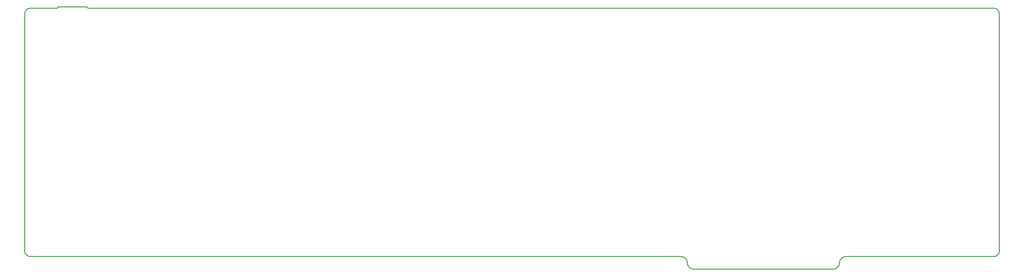
<source format=gm1>
G04 #@! TF.GenerationSoftware,KiCad,Pcbnew,5.1.5-52549c5~84~ubuntu18.04.1*
G04 #@! TF.CreationDate,2020-02-27T16:13:33-05:00*
G04 #@! TF.ProjectId,muente1800,6d75656e-7465-4313-9830-302e6b696361,rev?*
G04 #@! TF.SameCoordinates,Original*
G04 #@! TF.FileFunction,Profile,NP*
%FSLAX46Y46*%
G04 Gerber Fmt 4.6, Leading zero omitted, Abs format (unit mm)*
G04 Created by KiCad (PCBNEW 5.1.5-52549c5~84~ubuntu18.04.1) date 2020-02-27 16:13:33*
%MOMM*%
%LPD*%
G04 APERTURE LIST*
%ADD10C,0.300000*%
G04 APERTURE END LIST*
D10*
X-7152500Y-85400000D02*
X240497500Y-85400000D01*
X359577500Y9200000D02*
X15047500Y9200000D01*
X-7152500Y9200000D02*
G75*
G03X-9152500Y7200000I0J-2000000D01*
G01*
X-9152500Y-83400000D02*
G75*
G03X-7152500Y-85400000I2000000J0D01*
G01*
X359577500Y-85400000D02*
G75*
G03X361577500Y-83400000I0J2000000D01*
G01*
X361577500Y7200000D02*
G75*
G03X359577500Y9200000I-2000000J0D01*
G01*
X-9152500Y-83400000D02*
X-9152500Y-48700000D01*
X-9152500Y-48700000D02*
X-9152500Y7200000D01*
X361577500Y-48700000D02*
X361577500Y-83400000D01*
X361577500Y-48700000D02*
X361577500Y7200000D01*
X3547500Y9700000D02*
X14547500Y9700000D01*
X3047500Y9200000D02*
G75*
G03X3547500Y9700000I0J500000D01*
G01*
X14547500Y9700000D02*
G75*
G03X15047500Y9200000I500000J0D01*
G01*
X-7152500Y9200000D02*
X3047500Y9200000D01*
X245260000Y-90162500D02*
X298410000Y-90162500D01*
X240497500Y-85400000D02*
G75*
G02X242878750Y-87781250I0J-2381250D01*
G01*
X245260000Y-90162500D02*
G75*
G02X242878750Y-87781250I0J2381250D01*
G01*
X303172500Y-85400000D02*
X359577500Y-85400000D01*
X300791250Y-87781250D02*
G75*
G02X303172500Y-85400000I2381250J0D01*
G01*
X300791250Y-87781250D02*
G75*
G02X298410000Y-90162500I-2381250J0D01*
G01*
M02*

</source>
